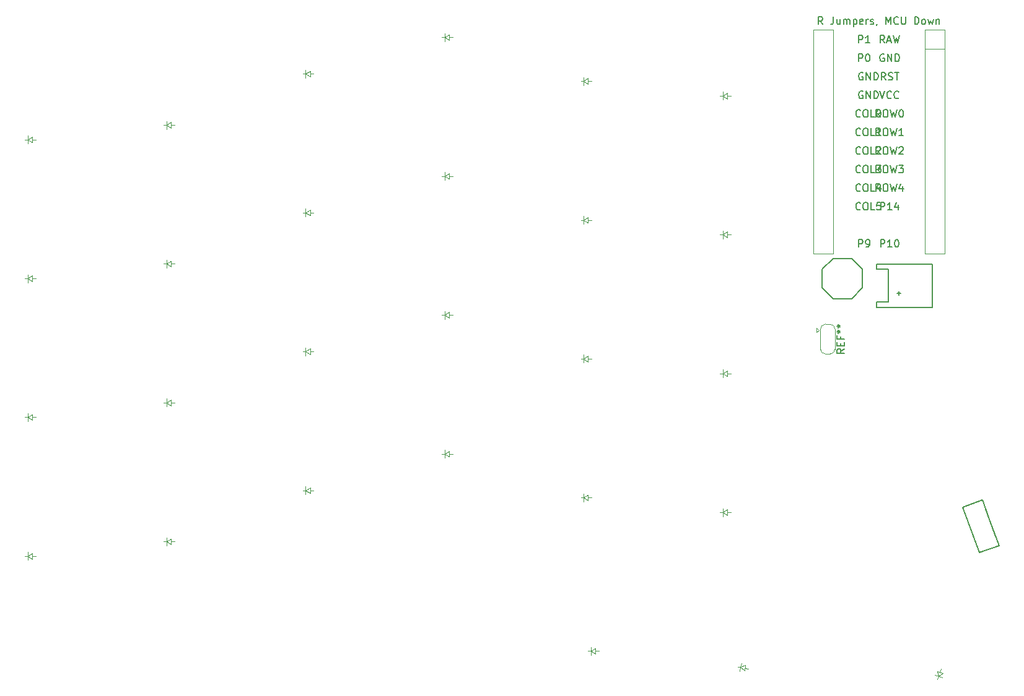
<source format=gbr>
%TF.GenerationSoftware,KiCad,Pcbnew,8.0.5-8.0.5-0~ubuntu20.04.1*%
%TF.CreationDate,2024-10-07T16:46:15+02:00*%
%TF.ProjectId,keyboard_pcb,6b657962-6f61-4726-945f-7063622e6b69,v1.0.0*%
%TF.SameCoordinates,Original*%
%TF.FileFunction,Legend,Top*%
%TF.FilePolarity,Positive*%
%FSLAX46Y46*%
G04 Gerber Fmt 4.6, Leading zero omitted, Abs format (unit mm)*
G04 Created by KiCad (PCBNEW 8.0.5-8.0.5-0~ubuntu20.04.1) date 2024-10-07 16:46:15*
%MOMM*%
%LPD*%
G01*
G04 APERTURE LIST*
%ADD10C,0.150000*%
%ADD11C,0.100000*%
%ADD12C,0.120000*%
G04 APERTURE END LIST*
D10*
X216235714Y-112694819D02*
X216235714Y-111694819D01*
X216235714Y-111694819D02*
X216616666Y-111694819D01*
X216616666Y-111694819D02*
X216711904Y-111742438D01*
X216711904Y-111742438D02*
X216759523Y-111790057D01*
X216759523Y-111790057D02*
X216807142Y-111885295D01*
X216807142Y-111885295D02*
X216807142Y-112028152D01*
X216807142Y-112028152D02*
X216759523Y-112123390D01*
X216759523Y-112123390D02*
X216711904Y-112171009D01*
X216711904Y-112171009D02*
X216616666Y-112218628D01*
X216616666Y-112218628D02*
X216235714Y-112218628D01*
X217759523Y-112694819D02*
X217188095Y-112694819D01*
X217473809Y-112694819D02*
X217473809Y-111694819D01*
X217473809Y-111694819D02*
X217378571Y-111837676D01*
X217378571Y-111837676D02*
X217283333Y-111932914D01*
X217283333Y-111932914D02*
X217188095Y-111980533D01*
X218378571Y-111694819D02*
X218473809Y-111694819D01*
X218473809Y-111694819D02*
X218569047Y-111742438D01*
X218569047Y-111742438D02*
X218616666Y-111790057D01*
X218616666Y-111790057D02*
X218664285Y-111885295D01*
X218664285Y-111885295D02*
X218711904Y-112075771D01*
X218711904Y-112075771D02*
X218711904Y-112313866D01*
X218711904Y-112313866D02*
X218664285Y-112504342D01*
X218664285Y-112504342D02*
X218616666Y-112599580D01*
X218616666Y-112599580D02*
X218569047Y-112647200D01*
X218569047Y-112647200D02*
X218473809Y-112694819D01*
X218473809Y-112694819D02*
X218378571Y-112694819D01*
X218378571Y-112694819D02*
X218283333Y-112647200D01*
X218283333Y-112647200D02*
X218235714Y-112599580D01*
X218235714Y-112599580D02*
X218188095Y-112504342D01*
X218188095Y-112504342D02*
X218140476Y-112313866D01*
X218140476Y-112313866D02*
X218140476Y-112075771D01*
X218140476Y-112075771D02*
X218188095Y-111885295D01*
X218188095Y-111885295D02*
X218235714Y-111790057D01*
X218235714Y-111790057D02*
X218283333Y-111742438D01*
X218283333Y-111742438D02*
X218378571Y-111694819D01*
X216759523Y-84754819D02*
X216426190Y-84278628D01*
X216188095Y-84754819D02*
X216188095Y-83754819D01*
X216188095Y-83754819D02*
X216569047Y-83754819D01*
X216569047Y-83754819D02*
X216664285Y-83802438D01*
X216664285Y-83802438D02*
X216711904Y-83850057D01*
X216711904Y-83850057D02*
X216759523Y-83945295D01*
X216759523Y-83945295D02*
X216759523Y-84088152D01*
X216759523Y-84088152D02*
X216711904Y-84183390D01*
X216711904Y-84183390D02*
X216664285Y-84231009D01*
X216664285Y-84231009D02*
X216569047Y-84278628D01*
X216569047Y-84278628D02*
X216188095Y-84278628D01*
X217140476Y-84469104D02*
X217616666Y-84469104D01*
X217045238Y-84754819D02*
X217378571Y-83754819D01*
X217378571Y-83754819D02*
X217711904Y-84754819D01*
X217950000Y-83754819D02*
X218188095Y-84754819D01*
X218188095Y-84754819D02*
X218378571Y-84040533D01*
X218378571Y-84040533D02*
X218569047Y-84754819D01*
X218569047Y-84754819D02*
X218807143Y-83754819D01*
X216116667Y-91374819D02*
X216450000Y-92374819D01*
X216450000Y-92374819D02*
X216783333Y-91374819D01*
X217688095Y-92279580D02*
X217640476Y-92327200D01*
X217640476Y-92327200D02*
X217497619Y-92374819D01*
X217497619Y-92374819D02*
X217402381Y-92374819D01*
X217402381Y-92374819D02*
X217259524Y-92327200D01*
X217259524Y-92327200D02*
X217164286Y-92231961D01*
X217164286Y-92231961D02*
X217116667Y-92136723D01*
X217116667Y-92136723D02*
X217069048Y-91946247D01*
X217069048Y-91946247D02*
X217069048Y-91803390D01*
X217069048Y-91803390D02*
X217116667Y-91612914D01*
X217116667Y-91612914D02*
X217164286Y-91517676D01*
X217164286Y-91517676D02*
X217259524Y-91422438D01*
X217259524Y-91422438D02*
X217402381Y-91374819D01*
X217402381Y-91374819D02*
X217497619Y-91374819D01*
X217497619Y-91374819D02*
X217640476Y-91422438D01*
X217640476Y-91422438D02*
X217688095Y-91470057D01*
X218688095Y-92279580D02*
X218640476Y-92327200D01*
X218640476Y-92327200D02*
X218497619Y-92374819D01*
X218497619Y-92374819D02*
X218402381Y-92374819D01*
X218402381Y-92374819D02*
X218259524Y-92327200D01*
X218259524Y-92327200D02*
X218164286Y-92231961D01*
X218164286Y-92231961D02*
X218116667Y-92136723D01*
X218116667Y-92136723D02*
X218069048Y-91946247D01*
X218069048Y-91946247D02*
X218069048Y-91803390D01*
X218069048Y-91803390D02*
X218116667Y-91612914D01*
X218116667Y-91612914D02*
X218164286Y-91517676D01*
X218164286Y-91517676D02*
X218259524Y-91422438D01*
X218259524Y-91422438D02*
X218402381Y-91374819D01*
X218402381Y-91374819D02*
X218497619Y-91374819D01*
X218497619Y-91374819D02*
X218640476Y-91422438D01*
X218640476Y-91422438D02*
X218688095Y-91470057D01*
X213221905Y-84754819D02*
X213221905Y-83754819D01*
X213221905Y-83754819D02*
X213602857Y-83754819D01*
X213602857Y-83754819D02*
X213698095Y-83802438D01*
X213698095Y-83802438D02*
X213745714Y-83850057D01*
X213745714Y-83850057D02*
X213793333Y-83945295D01*
X213793333Y-83945295D02*
X213793333Y-84088152D01*
X213793333Y-84088152D02*
X213745714Y-84183390D01*
X213745714Y-84183390D02*
X213698095Y-84231009D01*
X213698095Y-84231009D02*
X213602857Y-84278628D01*
X213602857Y-84278628D02*
X213221905Y-84278628D01*
X214745714Y-84754819D02*
X214174286Y-84754819D01*
X214460000Y-84754819D02*
X214460000Y-83754819D01*
X214460000Y-83754819D02*
X214364762Y-83897676D01*
X214364762Y-83897676D02*
X214269524Y-83992914D01*
X214269524Y-83992914D02*
X214174286Y-84040533D01*
X213454761Y-104979580D02*
X213407142Y-105027200D01*
X213407142Y-105027200D02*
X213264285Y-105074819D01*
X213264285Y-105074819D02*
X213169047Y-105074819D01*
X213169047Y-105074819D02*
X213026190Y-105027200D01*
X213026190Y-105027200D02*
X212930952Y-104931961D01*
X212930952Y-104931961D02*
X212883333Y-104836723D01*
X212883333Y-104836723D02*
X212835714Y-104646247D01*
X212835714Y-104646247D02*
X212835714Y-104503390D01*
X212835714Y-104503390D02*
X212883333Y-104312914D01*
X212883333Y-104312914D02*
X212930952Y-104217676D01*
X212930952Y-104217676D02*
X213026190Y-104122438D01*
X213026190Y-104122438D02*
X213169047Y-104074819D01*
X213169047Y-104074819D02*
X213264285Y-104074819D01*
X213264285Y-104074819D02*
X213407142Y-104122438D01*
X213407142Y-104122438D02*
X213454761Y-104170057D01*
X214073809Y-104074819D02*
X214264285Y-104074819D01*
X214264285Y-104074819D02*
X214359523Y-104122438D01*
X214359523Y-104122438D02*
X214454761Y-104217676D01*
X214454761Y-104217676D02*
X214502380Y-104408152D01*
X214502380Y-104408152D02*
X214502380Y-104741485D01*
X214502380Y-104741485D02*
X214454761Y-104931961D01*
X214454761Y-104931961D02*
X214359523Y-105027200D01*
X214359523Y-105027200D02*
X214264285Y-105074819D01*
X214264285Y-105074819D02*
X214073809Y-105074819D01*
X214073809Y-105074819D02*
X213978571Y-105027200D01*
X213978571Y-105027200D02*
X213883333Y-104931961D01*
X213883333Y-104931961D02*
X213835714Y-104741485D01*
X213835714Y-104741485D02*
X213835714Y-104408152D01*
X213835714Y-104408152D02*
X213883333Y-104217676D01*
X213883333Y-104217676D02*
X213978571Y-104122438D01*
X213978571Y-104122438D02*
X214073809Y-104074819D01*
X215407142Y-105074819D02*
X214930952Y-105074819D01*
X214930952Y-105074819D02*
X214930952Y-104074819D01*
X216169047Y-104408152D02*
X216169047Y-105074819D01*
X215930952Y-104027200D02*
X215692857Y-104741485D01*
X215692857Y-104741485D02*
X216311904Y-104741485D01*
X213788095Y-88882438D02*
X213692857Y-88834819D01*
X213692857Y-88834819D02*
X213550000Y-88834819D01*
X213550000Y-88834819D02*
X213407143Y-88882438D01*
X213407143Y-88882438D02*
X213311905Y-88977676D01*
X213311905Y-88977676D02*
X213264286Y-89072914D01*
X213264286Y-89072914D02*
X213216667Y-89263390D01*
X213216667Y-89263390D02*
X213216667Y-89406247D01*
X213216667Y-89406247D02*
X213264286Y-89596723D01*
X213264286Y-89596723D02*
X213311905Y-89691961D01*
X213311905Y-89691961D02*
X213407143Y-89787200D01*
X213407143Y-89787200D02*
X213550000Y-89834819D01*
X213550000Y-89834819D02*
X213645238Y-89834819D01*
X213645238Y-89834819D02*
X213788095Y-89787200D01*
X213788095Y-89787200D02*
X213835714Y-89739580D01*
X213835714Y-89739580D02*
X213835714Y-89406247D01*
X213835714Y-89406247D02*
X213645238Y-89406247D01*
X214264286Y-89834819D02*
X214264286Y-88834819D01*
X214264286Y-88834819D02*
X214835714Y-89834819D01*
X214835714Y-89834819D02*
X214835714Y-88834819D01*
X215311905Y-89834819D02*
X215311905Y-88834819D01*
X215311905Y-88834819D02*
X215550000Y-88834819D01*
X215550000Y-88834819D02*
X215692857Y-88882438D01*
X215692857Y-88882438D02*
X215788095Y-88977676D01*
X215788095Y-88977676D02*
X215835714Y-89072914D01*
X215835714Y-89072914D02*
X215883333Y-89263390D01*
X215883333Y-89263390D02*
X215883333Y-89406247D01*
X215883333Y-89406247D02*
X215835714Y-89596723D01*
X215835714Y-89596723D02*
X215788095Y-89691961D01*
X215788095Y-89691961D02*
X215692857Y-89787200D01*
X215692857Y-89787200D02*
X215550000Y-89834819D01*
X215550000Y-89834819D02*
X215311905Y-89834819D01*
X216235714Y-107614819D02*
X216235714Y-106614819D01*
X216235714Y-106614819D02*
X216616666Y-106614819D01*
X216616666Y-106614819D02*
X216711904Y-106662438D01*
X216711904Y-106662438D02*
X216759523Y-106710057D01*
X216759523Y-106710057D02*
X216807142Y-106805295D01*
X216807142Y-106805295D02*
X216807142Y-106948152D01*
X216807142Y-106948152D02*
X216759523Y-107043390D01*
X216759523Y-107043390D02*
X216711904Y-107091009D01*
X216711904Y-107091009D02*
X216616666Y-107138628D01*
X216616666Y-107138628D02*
X216235714Y-107138628D01*
X217759523Y-107614819D02*
X217188095Y-107614819D01*
X217473809Y-107614819D02*
X217473809Y-106614819D01*
X217473809Y-106614819D02*
X217378571Y-106757676D01*
X217378571Y-106757676D02*
X217283333Y-106852914D01*
X217283333Y-106852914D02*
X217188095Y-106900533D01*
X218616666Y-106948152D02*
X218616666Y-107614819D01*
X218378571Y-106567200D02*
X218140476Y-107281485D01*
X218140476Y-107281485D02*
X218759523Y-107281485D01*
X213454761Y-107519580D02*
X213407142Y-107567200D01*
X213407142Y-107567200D02*
X213264285Y-107614819D01*
X213264285Y-107614819D02*
X213169047Y-107614819D01*
X213169047Y-107614819D02*
X213026190Y-107567200D01*
X213026190Y-107567200D02*
X212930952Y-107471961D01*
X212930952Y-107471961D02*
X212883333Y-107376723D01*
X212883333Y-107376723D02*
X212835714Y-107186247D01*
X212835714Y-107186247D02*
X212835714Y-107043390D01*
X212835714Y-107043390D02*
X212883333Y-106852914D01*
X212883333Y-106852914D02*
X212930952Y-106757676D01*
X212930952Y-106757676D02*
X213026190Y-106662438D01*
X213026190Y-106662438D02*
X213169047Y-106614819D01*
X213169047Y-106614819D02*
X213264285Y-106614819D01*
X213264285Y-106614819D02*
X213407142Y-106662438D01*
X213407142Y-106662438D02*
X213454761Y-106710057D01*
X214073809Y-106614819D02*
X214264285Y-106614819D01*
X214264285Y-106614819D02*
X214359523Y-106662438D01*
X214359523Y-106662438D02*
X214454761Y-106757676D01*
X214454761Y-106757676D02*
X214502380Y-106948152D01*
X214502380Y-106948152D02*
X214502380Y-107281485D01*
X214502380Y-107281485D02*
X214454761Y-107471961D01*
X214454761Y-107471961D02*
X214359523Y-107567200D01*
X214359523Y-107567200D02*
X214264285Y-107614819D01*
X214264285Y-107614819D02*
X214073809Y-107614819D01*
X214073809Y-107614819D02*
X213978571Y-107567200D01*
X213978571Y-107567200D02*
X213883333Y-107471961D01*
X213883333Y-107471961D02*
X213835714Y-107281485D01*
X213835714Y-107281485D02*
X213835714Y-106948152D01*
X213835714Y-106948152D02*
X213883333Y-106757676D01*
X213883333Y-106757676D02*
X213978571Y-106662438D01*
X213978571Y-106662438D02*
X214073809Y-106614819D01*
X215407142Y-107614819D02*
X214930952Y-107614819D01*
X214930952Y-107614819D02*
X214930952Y-106614819D01*
X216216666Y-106614819D02*
X215740476Y-106614819D01*
X215740476Y-106614819D02*
X215692857Y-107091009D01*
X215692857Y-107091009D02*
X215740476Y-107043390D01*
X215740476Y-107043390D02*
X215835714Y-106995771D01*
X215835714Y-106995771D02*
X216073809Y-106995771D01*
X216073809Y-106995771D02*
X216169047Y-107043390D01*
X216169047Y-107043390D02*
X216216666Y-107091009D01*
X216216666Y-107091009D02*
X216264285Y-107186247D01*
X216264285Y-107186247D02*
X216264285Y-107424342D01*
X216264285Y-107424342D02*
X216216666Y-107519580D01*
X216216666Y-107519580D02*
X216169047Y-107567200D01*
X216169047Y-107567200D02*
X216073809Y-107614819D01*
X216073809Y-107614819D02*
X215835714Y-107614819D01*
X215835714Y-107614819D02*
X215740476Y-107567200D01*
X215740476Y-107567200D02*
X215692857Y-107519580D01*
X213454761Y-99899580D02*
X213407142Y-99947200D01*
X213407142Y-99947200D02*
X213264285Y-99994819D01*
X213264285Y-99994819D02*
X213169047Y-99994819D01*
X213169047Y-99994819D02*
X213026190Y-99947200D01*
X213026190Y-99947200D02*
X212930952Y-99851961D01*
X212930952Y-99851961D02*
X212883333Y-99756723D01*
X212883333Y-99756723D02*
X212835714Y-99566247D01*
X212835714Y-99566247D02*
X212835714Y-99423390D01*
X212835714Y-99423390D02*
X212883333Y-99232914D01*
X212883333Y-99232914D02*
X212930952Y-99137676D01*
X212930952Y-99137676D02*
X213026190Y-99042438D01*
X213026190Y-99042438D02*
X213169047Y-98994819D01*
X213169047Y-98994819D02*
X213264285Y-98994819D01*
X213264285Y-98994819D02*
X213407142Y-99042438D01*
X213407142Y-99042438D02*
X213454761Y-99090057D01*
X214073809Y-98994819D02*
X214264285Y-98994819D01*
X214264285Y-98994819D02*
X214359523Y-99042438D01*
X214359523Y-99042438D02*
X214454761Y-99137676D01*
X214454761Y-99137676D02*
X214502380Y-99328152D01*
X214502380Y-99328152D02*
X214502380Y-99661485D01*
X214502380Y-99661485D02*
X214454761Y-99851961D01*
X214454761Y-99851961D02*
X214359523Y-99947200D01*
X214359523Y-99947200D02*
X214264285Y-99994819D01*
X214264285Y-99994819D02*
X214073809Y-99994819D01*
X214073809Y-99994819D02*
X213978571Y-99947200D01*
X213978571Y-99947200D02*
X213883333Y-99851961D01*
X213883333Y-99851961D02*
X213835714Y-99661485D01*
X213835714Y-99661485D02*
X213835714Y-99328152D01*
X213835714Y-99328152D02*
X213883333Y-99137676D01*
X213883333Y-99137676D02*
X213978571Y-99042438D01*
X213978571Y-99042438D02*
X214073809Y-98994819D01*
X215407142Y-99994819D02*
X214930952Y-99994819D01*
X214930952Y-99994819D02*
X214930952Y-98994819D01*
X215692857Y-99090057D02*
X215740476Y-99042438D01*
X215740476Y-99042438D02*
X215835714Y-98994819D01*
X215835714Y-98994819D02*
X216073809Y-98994819D01*
X216073809Y-98994819D02*
X216169047Y-99042438D01*
X216169047Y-99042438D02*
X216216666Y-99090057D01*
X216216666Y-99090057D02*
X216264285Y-99185295D01*
X216264285Y-99185295D02*
X216264285Y-99280533D01*
X216264285Y-99280533D02*
X216216666Y-99423390D01*
X216216666Y-99423390D02*
X215645238Y-99994819D01*
X215645238Y-99994819D02*
X216264285Y-99994819D01*
X213454761Y-94819580D02*
X213407142Y-94867200D01*
X213407142Y-94867200D02*
X213264285Y-94914819D01*
X213264285Y-94914819D02*
X213169047Y-94914819D01*
X213169047Y-94914819D02*
X213026190Y-94867200D01*
X213026190Y-94867200D02*
X212930952Y-94771961D01*
X212930952Y-94771961D02*
X212883333Y-94676723D01*
X212883333Y-94676723D02*
X212835714Y-94486247D01*
X212835714Y-94486247D02*
X212835714Y-94343390D01*
X212835714Y-94343390D02*
X212883333Y-94152914D01*
X212883333Y-94152914D02*
X212930952Y-94057676D01*
X212930952Y-94057676D02*
X213026190Y-93962438D01*
X213026190Y-93962438D02*
X213169047Y-93914819D01*
X213169047Y-93914819D02*
X213264285Y-93914819D01*
X213264285Y-93914819D02*
X213407142Y-93962438D01*
X213407142Y-93962438D02*
X213454761Y-94010057D01*
X214073809Y-93914819D02*
X214264285Y-93914819D01*
X214264285Y-93914819D02*
X214359523Y-93962438D01*
X214359523Y-93962438D02*
X214454761Y-94057676D01*
X214454761Y-94057676D02*
X214502380Y-94248152D01*
X214502380Y-94248152D02*
X214502380Y-94581485D01*
X214502380Y-94581485D02*
X214454761Y-94771961D01*
X214454761Y-94771961D02*
X214359523Y-94867200D01*
X214359523Y-94867200D02*
X214264285Y-94914819D01*
X214264285Y-94914819D02*
X214073809Y-94914819D01*
X214073809Y-94914819D02*
X213978571Y-94867200D01*
X213978571Y-94867200D02*
X213883333Y-94771961D01*
X213883333Y-94771961D02*
X213835714Y-94581485D01*
X213835714Y-94581485D02*
X213835714Y-94248152D01*
X213835714Y-94248152D02*
X213883333Y-94057676D01*
X213883333Y-94057676D02*
X213978571Y-93962438D01*
X213978571Y-93962438D02*
X214073809Y-93914819D01*
X215407142Y-94914819D02*
X214930952Y-94914819D01*
X214930952Y-94914819D02*
X214930952Y-93914819D01*
X215930952Y-93914819D02*
X216026190Y-93914819D01*
X216026190Y-93914819D02*
X216121428Y-93962438D01*
X216121428Y-93962438D02*
X216169047Y-94010057D01*
X216169047Y-94010057D02*
X216216666Y-94105295D01*
X216216666Y-94105295D02*
X216264285Y-94295771D01*
X216264285Y-94295771D02*
X216264285Y-94533866D01*
X216264285Y-94533866D02*
X216216666Y-94724342D01*
X216216666Y-94724342D02*
X216169047Y-94819580D01*
X216169047Y-94819580D02*
X216121428Y-94867200D01*
X216121428Y-94867200D02*
X216026190Y-94914819D01*
X216026190Y-94914819D02*
X215930952Y-94914819D01*
X215930952Y-94914819D02*
X215835714Y-94867200D01*
X215835714Y-94867200D02*
X215788095Y-94819580D01*
X215788095Y-94819580D02*
X215740476Y-94724342D01*
X215740476Y-94724342D02*
X215692857Y-94533866D01*
X215692857Y-94533866D02*
X215692857Y-94295771D01*
X215692857Y-94295771D02*
X215740476Y-94105295D01*
X215740476Y-94105295D02*
X215788095Y-94010057D01*
X215788095Y-94010057D02*
X215835714Y-93962438D01*
X215835714Y-93962438D02*
X215930952Y-93914819D01*
X216188095Y-97454819D02*
X215854762Y-96978628D01*
X215616667Y-97454819D02*
X215616667Y-96454819D01*
X215616667Y-96454819D02*
X215997619Y-96454819D01*
X215997619Y-96454819D02*
X216092857Y-96502438D01*
X216092857Y-96502438D02*
X216140476Y-96550057D01*
X216140476Y-96550057D02*
X216188095Y-96645295D01*
X216188095Y-96645295D02*
X216188095Y-96788152D01*
X216188095Y-96788152D02*
X216140476Y-96883390D01*
X216140476Y-96883390D02*
X216092857Y-96931009D01*
X216092857Y-96931009D02*
X215997619Y-96978628D01*
X215997619Y-96978628D02*
X215616667Y-96978628D01*
X216807143Y-96454819D02*
X216997619Y-96454819D01*
X216997619Y-96454819D02*
X217092857Y-96502438D01*
X217092857Y-96502438D02*
X217188095Y-96597676D01*
X217188095Y-96597676D02*
X217235714Y-96788152D01*
X217235714Y-96788152D02*
X217235714Y-97121485D01*
X217235714Y-97121485D02*
X217188095Y-97311961D01*
X217188095Y-97311961D02*
X217092857Y-97407200D01*
X217092857Y-97407200D02*
X216997619Y-97454819D01*
X216997619Y-97454819D02*
X216807143Y-97454819D01*
X216807143Y-97454819D02*
X216711905Y-97407200D01*
X216711905Y-97407200D02*
X216616667Y-97311961D01*
X216616667Y-97311961D02*
X216569048Y-97121485D01*
X216569048Y-97121485D02*
X216569048Y-96788152D01*
X216569048Y-96788152D02*
X216616667Y-96597676D01*
X216616667Y-96597676D02*
X216711905Y-96502438D01*
X216711905Y-96502438D02*
X216807143Y-96454819D01*
X217569048Y-96454819D02*
X217807143Y-97454819D01*
X217807143Y-97454819D02*
X217997619Y-96740533D01*
X217997619Y-96740533D02*
X218188095Y-97454819D01*
X218188095Y-97454819D02*
X218426191Y-96454819D01*
X219330952Y-97454819D02*
X218759524Y-97454819D01*
X219045238Y-97454819D02*
X219045238Y-96454819D01*
X219045238Y-96454819D02*
X218950000Y-96597676D01*
X218950000Y-96597676D02*
X218854762Y-96692914D01*
X218854762Y-96692914D02*
X218759524Y-96740533D01*
X213221905Y-87294819D02*
X213221905Y-86294819D01*
X213221905Y-86294819D02*
X213602857Y-86294819D01*
X213602857Y-86294819D02*
X213698095Y-86342438D01*
X213698095Y-86342438D02*
X213745714Y-86390057D01*
X213745714Y-86390057D02*
X213793333Y-86485295D01*
X213793333Y-86485295D02*
X213793333Y-86628152D01*
X213793333Y-86628152D02*
X213745714Y-86723390D01*
X213745714Y-86723390D02*
X213698095Y-86771009D01*
X213698095Y-86771009D02*
X213602857Y-86818628D01*
X213602857Y-86818628D02*
X213221905Y-86818628D01*
X214412381Y-86294819D02*
X214507619Y-86294819D01*
X214507619Y-86294819D02*
X214602857Y-86342438D01*
X214602857Y-86342438D02*
X214650476Y-86390057D01*
X214650476Y-86390057D02*
X214698095Y-86485295D01*
X214698095Y-86485295D02*
X214745714Y-86675771D01*
X214745714Y-86675771D02*
X214745714Y-86913866D01*
X214745714Y-86913866D02*
X214698095Y-87104342D01*
X214698095Y-87104342D02*
X214650476Y-87199580D01*
X214650476Y-87199580D02*
X214602857Y-87247200D01*
X214602857Y-87247200D02*
X214507619Y-87294819D01*
X214507619Y-87294819D02*
X214412381Y-87294819D01*
X214412381Y-87294819D02*
X214317143Y-87247200D01*
X214317143Y-87247200D02*
X214269524Y-87199580D01*
X214269524Y-87199580D02*
X214221905Y-87104342D01*
X214221905Y-87104342D02*
X214174286Y-86913866D01*
X214174286Y-86913866D02*
X214174286Y-86675771D01*
X214174286Y-86675771D02*
X214221905Y-86485295D01*
X214221905Y-86485295D02*
X214269524Y-86390057D01*
X214269524Y-86390057D02*
X214317143Y-86342438D01*
X214317143Y-86342438D02*
X214412381Y-86294819D01*
X213221905Y-112694819D02*
X213221905Y-111694819D01*
X213221905Y-111694819D02*
X213602857Y-111694819D01*
X213602857Y-111694819D02*
X213698095Y-111742438D01*
X213698095Y-111742438D02*
X213745714Y-111790057D01*
X213745714Y-111790057D02*
X213793333Y-111885295D01*
X213793333Y-111885295D02*
X213793333Y-112028152D01*
X213793333Y-112028152D02*
X213745714Y-112123390D01*
X213745714Y-112123390D02*
X213698095Y-112171009D01*
X213698095Y-112171009D02*
X213602857Y-112218628D01*
X213602857Y-112218628D02*
X213221905Y-112218628D01*
X214269524Y-112694819D02*
X214460000Y-112694819D01*
X214460000Y-112694819D02*
X214555238Y-112647200D01*
X214555238Y-112647200D02*
X214602857Y-112599580D01*
X214602857Y-112599580D02*
X214698095Y-112456723D01*
X214698095Y-112456723D02*
X214745714Y-112266247D01*
X214745714Y-112266247D02*
X214745714Y-111885295D01*
X214745714Y-111885295D02*
X214698095Y-111790057D01*
X214698095Y-111790057D02*
X214650476Y-111742438D01*
X214650476Y-111742438D02*
X214555238Y-111694819D01*
X214555238Y-111694819D02*
X214364762Y-111694819D01*
X214364762Y-111694819D02*
X214269524Y-111742438D01*
X214269524Y-111742438D02*
X214221905Y-111790057D01*
X214221905Y-111790057D02*
X214174286Y-111885295D01*
X214174286Y-111885295D02*
X214174286Y-112123390D01*
X214174286Y-112123390D02*
X214221905Y-112218628D01*
X214221905Y-112218628D02*
X214269524Y-112266247D01*
X214269524Y-112266247D02*
X214364762Y-112313866D01*
X214364762Y-112313866D02*
X214555238Y-112313866D01*
X214555238Y-112313866D02*
X214650476Y-112266247D01*
X214650476Y-112266247D02*
X214698095Y-112218628D01*
X214698095Y-112218628D02*
X214745714Y-112123390D01*
X213788095Y-91422438D02*
X213692857Y-91374819D01*
X213692857Y-91374819D02*
X213550000Y-91374819D01*
X213550000Y-91374819D02*
X213407143Y-91422438D01*
X213407143Y-91422438D02*
X213311905Y-91517676D01*
X213311905Y-91517676D02*
X213264286Y-91612914D01*
X213264286Y-91612914D02*
X213216667Y-91803390D01*
X213216667Y-91803390D02*
X213216667Y-91946247D01*
X213216667Y-91946247D02*
X213264286Y-92136723D01*
X213264286Y-92136723D02*
X213311905Y-92231961D01*
X213311905Y-92231961D02*
X213407143Y-92327200D01*
X213407143Y-92327200D02*
X213550000Y-92374819D01*
X213550000Y-92374819D02*
X213645238Y-92374819D01*
X213645238Y-92374819D02*
X213788095Y-92327200D01*
X213788095Y-92327200D02*
X213835714Y-92279580D01*
X213835714Y-92279580D02*
X213835714Y-91946247D01*
X213835714Y-91946247D02*
X213645238Y-91946247D01*
X214264286Y-92374819D02*
X214264286Y-91374819D01*
X214264286Y-91374819D02*
X214835714Y-92374819D01*
X214835714Y-92374819D02*
X214835714Y-91374819D01*
X215311905Y-92374819D02*
X215311905Y-91374819D01*
X215311905Y-91374819D02*
X215550000Y-91374819D01*
X215550000Y-91374819D02*
X215692857Y-91422438D01*
X215692857Y-91422438D02*
X215788095Y-91517676D01*
X215788095Y-91517676D02*
X215835714Y-91612914D01*
X215835714Y-91612914D02*
X215883333Y-91803390D01*
X215883333Y-91803390D02*
X215883333Y-91946247D01*
X215883333Y-91946247D02*
X215835714Y-92136723D01*
X215835714Y-92136723D02*
X215788095Y-92231961D01*
X215788095Y-92231961D02*
X215692857Y-92327200D01*
X215692857Y-92327200D02*
X215550000Y-92374819D01*
X215550000Y-92374819D02*
X215311905Y-92374819D01*
X216688095Y-86342438D02*
X216592857Y-86294819D01*
X216592857Y-86294819D02*
X216450000Y-86294819D01*
X216450000Y-86294819D02*
X216307143Y-86342438D01*
X216307143Y-86342438D02*
X216211905Y-86437676D01*
X216211905Y-86437676D02*
X216164286Y-86532914D01*
X216164286Y-86532914D02*
X216116667Y-86723390D01*
X216116667Y-86723390D02*
X216116667Y-86866247D01*
X216116667Y-86866247D02*
X216164286Y-87056723D01*
X216164286Y-87056723D02*
X216211905Y-87151961D01*
X216211905Y-87151961D02*
X216307143Y-87247200D01*
X216307143Y-87247200D02*
X216450000Y-87294819D01*
X216450000Y-87294819D02*
X216545238Y-87294819D01*
X216545238Y-87294819D02*
X216688095Y-87247200D01*
X216688095Y-87247200D02*
X216735714Y-87199580D01*
X216735714Y-87199580D02*
X216735714Y-86866247D01*
X216735714Y-86866247D02*
X216545238Y-86866247D01*
X217164286Y-87294819D02*
X217164286Y-86294819D01*
X217164286Y-86294819D02*
X217735714Y-87294819D01*
X217735714Y-87294819D02*
X217735714Y-86294819D01*
X218211905Y-87294819D02*
X218211905Y-86294819D01*
X218211905Y-86294819D02*
X218450000Y-86294819D01*
X218450000Y-86294819D02*
X218592857Y-86342438D01*
X218592857Y-86342438D02*
X218688095Y-86437676D01*
X218688095Y-86437676D02*
X218735714Y-86532914D01*
X218735714Y-86532914D02*
X218783333Y-86723390D01*
X218783333Y-86723390D02*
X218783333Y-86866247D01*
X218783333Y-86866247D02*
X218735714Y-87056723D01*
X218735714Y-87056723D02*
X218688095Y-87151961D01*
X218688095Y-87151961D02*
X218592857Y-87247200D01*
X218592857Y-87247200D02*
X218450000Y-87294819D01*
X218450000Y-87294819D02*
X218211905Y-87294819D01*
X216188095Y-105074819D02*
X215854762Y-104598628D01*
X215616667Y-105074819D02*
X215616667Y-104074819D01*
X215616667Y-104074819D02*
X215997619Y-104074819D01*
X215997619Y-104074819D02*
X216092857Y-104122438D01*
X216092857Y-104122438D02*
X216140476Y-104170057D01*
X216140476Y-104170057D02*
X216188095Y-104265295D01*
X216188095Y-104265295D02*
X216188095Y-104408152D01*
X216188095Y-104408152D02*
X216140476Y-104503390D01*
X216140476Y-104503390D02*
X216092857Y-104551009D01*
X216092857Y-104551009D02*
X215997619Y-104598628D01*
X215997619Y-104598628D02*
X215616667Y-104598628D01*
X216807143Y-104074819D02*
X216997619Y-104074819D01*
X216997619Y-104074819D02*
X217092857Y-104122438D01*
X217092857Y-104122438D02*
X217188095Y-104217676D01*
X217188095Y-104217676D02*
X217235714Y-104408152D01*
X217235714Y-104408152D02*
X217235714Y-104741485D01*
X217235714Y-104741485D02*
X217188095Y-104931961D01*
X217188095Y-104931961D02*
X217092857Y-105027200D01*
X217092857Y-105027200D02*
X216997619Y-105074819D01*
X216997619Y-105074819D02*
X216807143Y-105074819D01*
X216807143Y-105074819D02*
X216711905Y-105027200D01*
X216711905Y-105027200D02*
X216616667Y-104931961D01*
X216616667Y-104931961D02*
X216569048Y-104741485D01*
X216569048Y-104741485D02*
X216569048Y-104408152D01*
X216569048Y-104408152D02*
X216616667Y-104217676D01*
X216616667Y-104217676D02*
X216711905Y-104122438D01*
X216711905Y-104122438D02*
X216807143Y-104074819D01*
X217569048Y-104074819D02*
X217807143Y-105074819D01*
X217807143Y-105074819D02*
X217997619Y-104360533D01*
X217997619Y-104360533D02*
X218188095Y-105074819D01*
X218188095Y-105074819D02*
X218426191Y-104074819D01*
X219235714Y-104408152D02*
X219235714Y-105074819D01*
X218997619Y-104027200D02*
X218759524Y-104741485D01*
X218759524Y-104741485D02*
X219378571Y-104741485D01*
X216902380Y-89834819D02*
X216569047Y-89358628D01*
X216330952Y-89834819D02*
X216330952Y-88834819D01*
X216330952Y-88834819D02*
X216711904Y-88834819D01*
X216711904Y-88834819D02*
X216807142Y-88882438D01*
X216807142Y-88882438D02*
X216854761Y-88930057D01*
X216854761Y-88930057D02*
X216902380Y-89025295D01*
X216902380Y-89025295D02*
X216902380Y-89168152D01*
X216902380Y-89168152D02*
X216854761Y-89263390D01*
X216854761Y-89263390D02*
X216807142Y-89311009D01*
X216807142Y-89311009D02*
X216711904Y-89358628D01*
X216711904Y-89358628D02*
X216330952Y-89358628D01*
X217283333Y-89787200D02*
X217426190Y-89834819D01*
X217426190Y-89834819D02*
X217664285Y-89834819D01*
X217664285Y-89834819D02*
X217759523Y-89787200D01*
X217759523Y-89787200D02*
X217807142Y-89739580D01*
X217807142Y-89739580D02*
X217854761Y-89644342D01*
X217854761Y-89644342D02*
X217854761Y-89549104D01*
X217854761Y-89549104D02*
X217807142Y-89453866D01*
X217807142Y-89453866D02*
X217759523Y-89406247D01*
X217759523Y-89406247D02*
X217664285Y-89358628D01*
X217664285Y-89358628D02*
X217473809Y-89311009D01*
X217473809Y-89311009D02*
X217378571Y-89263390D01*
X217378571Y-89263390D02*
X217330952Y-89215771D01*
X217330952Y-89215771D02*
X217283333Y-89120533D01*
X217283333Y-89120533D02*
X217283333Y-89025295D01*
X217283333Y-89025295D02*
X217330952Y-88930057D01*
X217330952Y-88930057D02*
X217378571Y-88882438D01*
X217378571Y-88882438D02*
X217473809Y-88834819D01*
X217473809Y-88834819D02*
X217711904Y-88834819D01*
X217711904Y-88834819D02*
X217854761Y-88882438D01*
X218140476Y-88834819D02*
X218711904Y-88834819D01*
X218426190Y-89834819D02*
X218426190Y-88834819D01*
X216188095Y-99994819D02*
X215854762Y-99518628D01*
X215616667Y-99994819D02*
X215616667Y-98994819D01*
X215616667Y-98994819D02*
X215997619Y-98994819D01*
X215997619Y-98994819D02*
X216092857Y-99042438D01*
X216092857Y-99042438D02*
X216140476Y-99090057D01*
X216140476Y-99090057D02*
X216188095Y-99185295D01*
X216188095Y-99185295D02*
X216188095Y-99328152D01*
X216188095Y-99328152D02*
X216140476Y-99423390D01*
X216140476Y-99423390D02*
X216092857Y-99471009D01*
X216092857Y-99471009D02*
X215997619Y-99518628D01*
X215997619Y-99518628D02*
X215616667Y-99518628D01*
X216807143Y-98994819D02*
X216997619Y-98994819D01*
X216997619Y-98994819D02*
X217092857Y-99042438D01*
X217092857Y-99042438D02*
X217188095Y-99137676D01*
X217188095Y-99137676D02*
X217235714Y-99328152D01*
X217235714Y-99328152D02*
X217235714Y-99661485D01*
X217235714Y-99661485D02*
X217188095Y-99851961D01*
X217188095Y-99851961D02*
X217092857Y-99947200D01*
X217092857Y-99947200D02*
X216997619Y-99994819D01*
X216997619Y-99994819D02*
X216807143Y-99994819D01*
X216807143Y-99994819D02*
X216711905Y-99947200D01*
X216711905Y-99947200D02*
X216616667Y-99851961D01*
X216616667Y-99851961D02*
X216569048Y-99661485D01*
X216569048Y-99661485D02*
X216569048Y-99328152D01*
X216569048Y-99328152D02*
X216616667Y-99137676D01*
X216616667Y-99137676D02*
X216711905Y-99042438D01*
X216711905Y-99042438D02*
X216807143Y-98994819D01*
X217569048Y-98994819D02*
X217807143Y-99994819D01*
X217807143Y-99994819D02*
X217997619Y-99280533D01*
X217997619Y-99280533D02*
X218188095Y-99994819D01*
X218188095Y-99994819D02*
X218426191Y-98994819D01*
X218759524Y-99090057D02*
X218807143Y-99042438D01*
X218807143Y-99042438D02*
X218902381Y-98994819D01*
X218902381Y-98994819D02*
X219140476Y-98994819D01*
X219140476Y-98994819D02*
X219235714Y-99042438D01*
X219235714Y-99042438D02*
X219283333Y-99090057D01*
X219283333Y-99090057D02*
X219330952Y-99185295D01*
X219330952Y-99185295D02*
X219330952Y-99280533D01*
X219330952Y-99280533D02*
X219283333Y-99423390D01*
X219283333Y-99423390D02*
X218711905Y-99994819D01*
X218711905Y-99994819D02*
X219330952Y-99994819D01*
X213454761Y-102439580D02*
X213407142Y-102487200D01*
X213407142Y-102487200D02*
X213264285Y-102534819D01*
X213264285Y-102534819D02*
X213169047Y-102534819D01*
X213169047Y-102534819D02*
X213026190Y-102487200D01*
X213026190Y-102487200D02*
X212930952Y-102391961D01*
X212930952Y-102391961D02*
X212883333Y-102296723D01*
X212883333Y-102296723D02*
X212835714Y-102106247D01*
X212835714Y-102106247D02*
X212835714Y-101963390D01*
X212835714Y-101963390D02*
X212883333Y-101772914D01*
X212883333Y-101772914D02*
X212930952Y-101677676D01*
X212930952Y-101677676D02*
X213026190Y-101582438D01*
X213026190Y-101582438D02*
X213169047Y-101534819D01*
X213169047Y-101534819D02*
X213264285Y-101534819D01*
X213264285Y-101534819D02*
X213407142Y-101582438D01*
X213407142Y-101582438D02*
X213454761Y-101630057D01*
X214073809Y-101534819D02*
X214264285Y-101534819D01*
X214264285Y-101534819D02*
X214359523Y-101582438D01*
X214359523Y-101582438D02*
X214454761Y-101677676D01*
X214454761Y-101677676D02*
X214502380Y-101868152D01*
X214502380Y-101868152D02*
X214502380Y-102201485D01*
X214502380Y-102201485D02*
X214454761Y-102391961D01*
X214454761Y-102391961D02*
X214359523Y-102487200D01*
X214359523Y-102487200D02*
X214264285Y-102534819D01*
X214264285Y-102534819D02*
X214073809Y-102534819D01*
X214073809Y-102534819D02*
X213978571Y-102487200D01*
X213978571Y-102487200D02*
X213883333Y-102391961D01*
X213883333Y-102391961D02*
X213835714Y-102201485D01*
X213835714Y-102201485D02*
X213835714Y-101868152D01*
X213835714Y-101868152D02*
X213883333Y-101677676D01*
X213883333Y-101677676D02*
X213978571Y-101582438D01*
X213978571Y-101582438D02*
X214073809Y-101534819D01*
X215407142Y-102534819D02*
X214930952Y-102534819D01*
X214930952Y-102534819D02*
X214930952Y-101534819D01*
X215645238Y-101534819D02*
X216264285Y-101534819D01*
X216264285Y-101534819D02*
X215930952Y-101915771D01*
X215930952Y-101915771D02*
X216073809Y-101915771D01*
X216073809Y-101915771D02*
X216169047Y-101963390D01*
X216169047Y-101963390D02*
X216216666Y-102011009D01*
X216216666Y-102011009D02*
X216264285Y-102106247D01*
X216264285Y-102106247D02*
X216264285Y-102344342D01*
X216264285Y-102344342D02*
X216216666Y-102439580D01*
X216216666Y-102439580D02*
X216169047Y-102487200D01*
X216169047Y-102487200D02*
X216073809Y-102534819D01*
X216073809Y-102534819D02*
X215788095Y-102534819D01*
X215788095Y-102534819D02*
X215692857Y-102487200D01*
X215692857Y-102487200D02*
X215645238Y-102439580D01*
X213454761Y-97359580D02*
X213407142Y-97407200D01*
X213407142Y-97407200D02*
X213264285Y-97454819D01*
X213264285Y-97454819D02*
X213169047Y-97454819D01*
X213169047Y-97454819D02*
X213026190Y-97407200D01*
X213026190Y-97407200D02*
X212930952Y-97311961D01*
X212930952Y-97311961D02*
X212883333Y-97216723D01*
X212883333Y-97216723D02*
X212835714Y-97026247D01*
X212835714Y-97026247D02*
X212835714Y-96883390D01*
X212835714Y-96883390D02*
X212883333Y-96692914D01*
X212883333Y-96692914D02*
X212930952Y-96597676D01*
X212930952Y-96597676D02*
X213026190Y-96502438D01*
X213026190Y-96502438D02*
X213169047Y-96454819D01*
X213169047Y-96454819D02*
X213264285Y-96454819D01*
X213264285Y-96454819D02*
X213407142Y-96502438D01*
X213407142Y-96502438D02*
X213454761Y-96550057D01*
X214073809Y-96454819D02*
X214264285Y-96454819D01*
X214264285Y-96454819D02*
X214359523Y-96502438D01*
X214359523Y-96502438D02*
X214454761Y-96597676D01*
X214454761Y-96597676D02*
X214502380Y-96788152D01*
X214502380Y-96788152D02*
X214502380Y-97121485D01*
X214502380Y-97121485D02*
X214454761Y-97311961D01*
X214454761Y-97311961D02*
X214359523Y-97407200D01*
X214359523Y-97407200D02*
X214264285Y-97454819D01*
X214264285Y-97454819D02*
X214073809Y-97454819D01*
X214073809Y-97454819D02*
X213978571Y-97407200D01*
X213978571Y-97407200D02*
X213883333Y-97311961D01*
X213883333Y-97311961D02*
X213835714Y-97121485D01*
X213835714Y-97121485D02*
X213835714Y-96788152D01*
X213835714Y-96788152D02*
X213883333Y-96597676D01*
X213883333Y-96597676D02*
X213978571Y-96502438D01*
X213978571Y-96502438D02*
X214073809Y-96454819D01*
X215407142Y-97454819D02*
X214930952Y-97454819D01*
X214930952Y-97454819D02*
X214930952Y-96454819D01*
X216264285Y-97454819D02*
X215692857Y-97454819D01*
X215978571Y-97454819D02*
X215978571Y-96454819D01*
X215978571Y-96454819D02*
X215883333Y-96597676D01*
X215883333Y-96597676D02*
X215788095Y-96692914D01*
X215788095Y-96692914D02*
X215692857Y-96740533D01*
X216188095Y-94914819D02*
X215854762Y-94438628D01*
X215616667Y-94914819D02*
X215616667Y-93914819D01*
X215616667Y-93914819D02*
X215997619Y-93914819D01*
X215997619Y-93914819D02*
X216092857Y-93962438D01*
X216092857Y-93962438D02*
X216140476Y-94010057D01*
X216140476Y-94010057D02*
X216188095Y-94105295D01*
X216188095Y-94105295D02*
X216188095Y-94248152D01*
X216188095Y-94248152D02*
X216140476Y-94343390D01*
X216140476Y-94343390D02*
X216092857Y-94391009D01*
X216092857Y-94391009D02*
X215997619Y-94438628D01*
X215997619Y-94438628D02*
X215616667Y-94438628D01*
X216807143Y-93914819D02*
X216997619Y-93914819D01*
X216997619Y-93914819D02*
X217092857Y-93962438D01*
X217092857Y-93962438D02*
X217188095Y-94057676D01*
X217188095Y-94057676D02*
X217235714Y-94248152D01*
X217235714Y-94248152D02*
X217235714Y-94581485D01*
X217235714Y-94581485D02*
X217188095Y-94771961D01*
X217188095Y-94771961D02*
X217092857Y-94867200D01*
X217092857Y-94867200D02*
X216997619Y-94914819D01*
X216997619Y-94914819D02*
X216807143Y-94914819D01*
X216807143Y-94914819D02*
X216711905Y-94867200D01*
X216711905Y-94867200D02*
X216616667Y-94771961D01*
X216616667Y-94771961D02*
X216569048Y-94581485D01*
X216569048Y-94581485D02*
X216569048Y-94248152D01*
X216569048Y-94248152D02*
X216616667Y-94057676D01*
X216616667Y-94057676D02*
X216711905Y-93962438D01*
X216711905Y-93962438D02*
X216807143Y-93914819D01*
X217569048Y-93914819D02*
X217807143Y-94914819D01*
X217807143Y-94914819D02*
X217997619Y-94200533D01*
X217997619Y-94200533D02*
X218188095Y-94914819D01*
X218188095Y-94914819D02*
X218426191Y-93914819D01*
X218997619Y-93914819D02*
X219092857Y-93914819D01*
X219092857Y-93914819D02*
X219188095Y-93962438D01*
X219188095Y-93962438D02*
X219235714Y-94010057D01*
X219235714Y-94010057D02*
X219283333Y-94105295D01*
X219283333Y-94105295D02*
X219330952Y-94295771D01*
X219330952Y-94295771D02*
X219330952Y-94533866D01*
X219330952Y-94533866D02*
X219283333Y-94724342D01*
X219283333Y-94724342D02*
X219235714Y-94819580D01*
X219235714Y-94819580D02*
X219188095Y-94867200D01*
X219188095Y-94867200D02*
X219092857Y-94914819D01*
X219092857Y-94914819D02*
X218997619Y-94914819D01*
X218997619Y-94914819D02*
X218902381Y-94867200D01*
X218902381Y-94867200D02*
X218854762Y-94819580D01*
X218854762Y-94819580D02*
X218807143Y-94724342D01*
X218807143Y-94724342D02*
X218759524Y-94533866D01*
X218759524Y-94533866D02*
X218759524Y-94295771D01*
X218759524Y-94295771D02*
X218807143Y-94105295D01*
X218807143Y-94105295D02*
X218854762Y-94010057D01*
X218854762Y-94010057D02*
X218902381Y-93962438D01*
X218902381Y-93962438D02*
X218997619Y-93914819D01*
X216188095Y-102534819D02*
X215854762Y-102058628D01*
X215616667Y-102534819D02*
X215616667Y-101534819D01*
X215616667Y-101534819D02*
X215997619Y-101534819D01*
X215997619Y-101534819D02*
X216092857Y-101582438D01*
X216092857Y-101582438D02*
X216140476Y-101630057D01*
X216140476Y-101630057D02*
X216188095Y-101725295D01*
X216188095Y-101725295D02*
X216188095Y-101868152D01*
X216188095Y-101868152D02*
X216140476Y-101963390D01*
X216140476Y-101963390D02*
X216092857Y-102011009D01*
X216092857Y-102011009D02*
X215997619Y-102058628D01*
X215997619Y-102058628D02*
X215616667Y-102058628D01*
X216807143Y-101534819D02*
X216997619Y-101534819D01*
X216997619Y-101534819D02*
X217092857Y-101582438D01*
X217092857Y-101582438D02*
X217188095Y-101677676D01*
X217188095Y-101677676D02*
X217235714Y-101868152D01*
X217235714Y-101868152D02*
X217235714Y-102201485D01*
X217235714Y-102201485D02*
X217188095Y-102391961D01*
X217188095Y-102391961D02*
X217092857Y-102487200D01*
X217092857Y-102487200D02*
X216997619Y-102534819D01*
X216997619Y-102534819D02*
X216807143Y-102534819D01*
X216807143Y-102534819D02*
X216711905Y-102487200D01*
X216711905Y-102487200D02*
X216616667Y-102391961D01*
X216616667Y-102391961D02*
X216569048Y-102201485D01*
X216569048Y-102201485D02*
X216569048Y-101868152D01*
X216569048Y-101868152D02*
X216616667Y-101677676D01*
X216616667Y-101677676D02*
X216711905Y-101582438D01*
X216711905Y-101582438D02*
X216807143Y-101534819D01*
X217569048Y-101534819D02*
X217807143Y-102534819D01*
X217807143Y-102534819D02*
X217997619Y-101820533D01*
X217997619Y-101820533D02*
X218188095Y-102534819D01*
X218188095Y-102534819D02*
X218426191Y-101534819D01*
X218711905Y-101534819D02*
X219330952Y-101534819D01*
X219330952Y-101534819D02*
X218997619Y-101915771D01*
X218997619Y-101915771D02*
X219140476Y-101915771D01*
X219140476Y-101915771D02*
X219235714Y-101963390D01*
X219235714Y-101963390D02*
X219283333Y-102011009D01*
X219283333Y-102011009D02*
X219330952Y-102106247D01*
X219330952Y-102106247D02*
X219330952Y-102344342D01*
X219330952Y-102344342D02*
X219283333Y-102439580D01*
X219283333Y-102439580D02*
X219235714Y-102487200D01*
X219235714Y-102487200D02*
X219140476Y-102534819D01*
X219140476Y-102534819D02*
X218854762Y-102534819D01*
X218854762Y-102534819D02*
X218759524Y-102487200D01*
X218759524Y-102487200D02*
X218711905Y-102439580D01*
X208309523Y-82209819D02*
X207976190Y-81733628D01*
X207738095Y-82209819D02*
X207738095Y-81209819D01*
X207738095Y-81209819D02*
X208119047Y-81209819D01*
X208119047Y-81209819D02*
X208214285Y-81257438D01*
X208214285Y-81257438D02*
X208261904Y-81305057D01*
X208261904Y-81305057D02*
X208309523Y-81400295D01*
X208309523Y-81400295D02*
X208309523Y-81543152D01*
X208309523Y-81543152D02*
X208261904Y-81638390D01*
X208261904Y-81638390D02*
X208214285Y-81686009D01*
X208214285Y-81686009D02*
X208119047Y-81733628D01*
X208119047Y-81733628D02*
X207738095Y-81733628D01*
X209785714Y-81209819D02*
X209785714Y-81924104D01*
X209785714Y-81924104D02*
X209738095Y-82066961D01*
X209738095Y-82066961D02*
X209642857Y-82162200D01*
X209642857Y-82162200D02*
X209500000Y-82209819D01*
X209500000Y-82209819D02*
X209404762Y-82209819D01*
X210690476Y-81543152D02*
X210690476Y-82209819D01*
X210261905Y-81543152D02*
X210261905Y-82066961D01*
X210261905Y-82066961D02*
X210309524Y-82162200D01*
X210309524Y-82162200D02*
X210404762Y-82209819D01*
X210404762Y-82209819D02*
X210547619Y-82209819D01*
X210547619Y-82209819D02*
X210642857Y-82162200D01*
X210642857Y-82162200D02*
X210690476Y-82114580D01*
X211166667Y-82209819D02*
X211166667Y-81543152D01*
X211166667Y-81638390D02*
X211214286Y-81590771D01*
X211214286Y-81590771D02*
X211309524Y-81543152D01*
X211309524Y-81543152D02*
X211452381Y-81543152D01*
X211452381Y-81543152D02*
X211547619Y-81590771D01*
X211547619Y-81590771D02*
X211595238Y-81686009D01*
X211595238Y-81686009D02*
X211595238Y-82209819D01*
X211595238Y-81686009D02*
X211642857Y-81590771D01*
X211642857Y-81590771D02*
X211738095Y-81543152D01*
X211738095Y-81543152D02*
X211880952Y-81543152D01*
X211880952Y-81543152D02*
X211976191Y-81590771D01*
X211976191Y-81590771D02*
X212023810Y-81686009D01*
X212023810Y-81686009D02*
X212023810Y-82209819D01*
X212500000Y-81543152D02*
X212500000Y-82543152D01*
X212500000Y-81590771D02*
X212595238Y-81543152D01*
X212595238Y-81543152D02*
X212785714Y-81543152D01*
X212785714Y-81543152D02*
X212880952Y-81590771D01*
X212880952Y-81590771D02*
X212928571Y-81638390D01*
X212928571Y-81638390D02*
X212976190Y-81733628D01*
X212976190Y-81733628D02*
X212976190Y-82019342D01*
X212976190Y-82019342D02*
X212928571Y-82114580D01*
X212928571Y-82114580D02*
X212880952Y-82162200D01*
X212880952Y-82162200D02*
X212785714Y-82209819D01*
X212785714Y-82209819D02*
X212595238Y-82209819D01*
X212595238Y-82209819D02*
X212500000Y-82162200D01*
X213785714Y-82162200D02*
X213690476Y-82209819D01*
X213690476Y-82209819D02*
X213500000Y-82209819D01*
X213500000Y-82209819D02*
X213404762Y-82162200D01*
X213404762Y-82162200D02*
X213357143Y-82066961D01*
X213357143Y-82066961D02*
X213357143Y-81686009D01*
X213357143Y-81686009D02*
X213404762Y-81590771D01*
X213404762Y-81590771D02*
X213500000Y-81543152D01*
X213500000Y-81543152D02*
X213690476Y-81543152D01*
X213690476Y-81543152D02*
X213785714Y-81590771D01*
X213785714Y-81590771D02*
X213833333Y-81686009D01*
X213833333Y-81686009D02*
X213833333Y-81781247D01*
X213833333Y-81781247D02*
X213357143Y-81876485D01*
X214261905Y-82209819D02*
X214261905Y-81543152D01*
X214261905Y-81733628D02*
X214309524Y-81638390D01*
X214309524Y-81638390D02*
X214357143Y-81590771D01*
X214357143Y-81590771D02*
X214452381Y-81543152D01*
X214452381Y-81543152D02*
X214547619Y-81543152D01*
X214833334Y-82162200D02*
X214928572Y-82209819D01*
X214928572Y-82209819D02*
X215119048Y-82209819D01*
X215119048Y-82209819D02*
X215214286Y-82162200D01*
X215214286Y-82162200D02*
X215261905Y-82066961D01*
X215261905Y-82066961D02*
X215261905Y-82019342D01*
X215261905Y-82019342D02*
X215214286Y-81924104D01*
X215214286Y-81924104D02*
X215119048Y-81876485D01*
X215119048Y-81876485D02*
X214976191Y-81876485D01*
X214976191Y-81876485D02*
X214880953Y-81828866D01*
X214880953Y-81828866D02*
X214833334Y-81733628D01*
X214833334Y-81733628D02*
X214833334Y-81686009D01*
X214833334Y-81686009D02*
X214880953Y-81590771D01*
X214880953Y-81590771D02*
X214976191Y-81543152D01*
X214976191Y-81543152D02*
X215119048Y-81543152D01*
X215119048Y-81543152D02*
X215214286Y-81590771D01*
X215738096Y-82162200D02*
X215738096Y-82209819D01*
X215738096Y-82209819D02*
X215690477Y-82305057D01*
X215690477Y-82305057D02*
X215642858Y-82352676D01*
X216928572Y-82209819D02*
X216928572Y-81209819D01*
X216928572Y-81209819D02*
X217261905Y-81924104D01*
X217261905Y-81924104D02*
X217595238Y-81209819D01*
X217595238Y-81209819D02*
X217595238Y-82209819D01*
X218642857Y-82114580D02*
X218595238Y-82162200D01*
X218595238Y-82162200D02*
X218452381Y-82209819D01*
X218452381Y-82209819D02*
X218357143Y-82209819D01*
X218357143Y-82209819D02*
X218214286Y-82162200D01*
X218214286Y-82162200D02*
X218119048Y-82066961D01*
X218119048Y-82066961D02*
X218071429Y-81971723D01*
X218071429Y-81971723D02*
X218023810Y-81781247D01*
X218023810Y-81781247D02*
X218023810Y-81638390D01*
X218023810Y-81638390D02*
X218071429Y-81447914D01*
X218071429Y-81447914D02*
X218119048Y-81352676D01*
X218119048Y-81352676D02*
X218214286Y-81257438D01*
X218214286Y-81257438D02*
X218357143Y-81209819D01*
X218357143Y-81209819D02*
X218452381Y-81209819D01*
X218452381Y-81209819D02*
X218595238Y-81257438D01*
X218595238Y-81257438D02*
X218642857Y-81305057D01*
X219071429Y-81209819D02*
X219071429Y-82019342D01*
X219071429Y-82019342D02*
X219119048Y-82114580D01*
X219119048Y-82114580D02*
X219166667Y-82162200D01*
X219166667Y-82162200D02*
X219261905Y-82209819D01*
X219261905Y-82209819D02*
X219452381Y-82209819D01*
X219452381Y-82209819D02*
X219547619Y-82162200D01*
X219547619Y-82162200D02*
X219595238Y-82114580D01*
X219595238Y-82114580D02*
X219642857Y-82019342D01*
X219642857Y-82019342D02*
X219642857Y-81209819D01*
X220880953Y-82209819D02*
X220880953Y-81209819D01*
X220880953Y-81209819D02*
X221119048Y-81209819D01*
X221119048Y-81209819D02*
X221261905Y-81257438D01*
X221261905Y-81257438D02*
X221357143Y-81352676D01*
X221357143Y-81352676D02*
X221404762Y-81447914D01*
X221404762Y-81447914D02*
X221452381Y-81638390D01*
X221452381Y-81638390D02*
X221452381Y-81781247D01*
X221452381Y-81781247D02*
X221404762Y-81971723D01*
X221404762Y-81971723D02*
X221357143Y-82066961D01*
X221357143Y-82066961D02*
X221261905Y-82162200D01*
X221261905Y-82162200D02*
X221119048Y-82209819D01*
X221119048Y-82209819D02*
X220880953Y-82209819D01*
X222023810Y-82209819D02*
X221928572Y-82162200D01*
X221928572Y-82162200D02*
X221880953Y-82114580D01*
X221880953Y-82114580D02*
X221833334Y-82019342D01*
X221833334Y-82019342D02*
X221833334Y-81733628D01*
X221833334Y-81733628D02*
X221880953Y-81638390D01*
X221880953Y-81638390D02*
X221928572Y-81590771D01*
X221928572Y-81590771D02*
X222023810Y-81543152D01*
X222023810Y-81543152D02*
X222166667Y-81543152D01*
X222166667Y-81543152D02*
X222261905Y-81590771D01*
X222261905Y-81590771D02*
X222309524Y-81638390D01*
X222309524Y-81638390D02*
X222357143Y-81733628D01*
X222357143Y-81733628D02*
X222357143Y-82019342D01*
X222357143Y-82019342D02*
X222309524Y-82114580D01*
X222309524Y-82114580D02*
X222261905Y-82162200D01*
X222261905Y-82162200D02*
X222166667Y-82209819D01*
X222166667Y-82209819D02*
X222023810Y-82209819D01*
X222690477Y-81543152D02*
X222880953Y-82209819D01*
X222880953Y-82209819D02*
X223071429Y-81733628D01*
X223071429Y-81733628D02*
X223261905Y-82209819D01*
X223261905Y-82209819D02*
X223452381Y-81543152D01*
X223833334Y-81543152D02*
X223833334Y-82209819D01*
X223833334Y-81638390D02*
X223880953Y-81590771D01*
X223880953Y-81590771D02*
X223976191Y-81543152D01*
X223976191Y-81543152D02*
X224119048Y-81543152D01*
X224119048Y-81543152D02*
X224214286Y-81590771D01*
X224214286Y-81590771D02*
X224261905Y-81686009D01*
X224261905Y-81686009D02*
X224261905Y-82209819D01*
X211254819Y-126633333D02*
X210778628Y-126966666D01*
X211254819Y-127204761D02*
X210254819Y-127204761D01*
X210254819Y-127204761D02*
X210254819Y-126823809D01*
X210254819Y-126823809D02*
X210302438Y-126728571D01*
X210302438Y-126728571D02*
X210350057Y-126680952D01*
X210350057Y-126680952D02*
X210445295Y-126633333D01*
X210445295Y-126633333D02*
X210588152Y-126633333D01*
X210588152Y-126633333D02*
X210683390Y-126680952D01*
X210683390Y-126680952D02*
X210731009Y-126728571D01*
X210731009Y-126728571D02*
X210778628Y-126823809D01*
X210778628Y-126823809D02*
X210778628Y-127204761D01*
X210731009Y-126204761D02*
X210731009Y-125871428D01*
X211254819Y-125728571D02*
X211254819Y-126204761D01*
X211254819Y-126204761D02*
X210254819Y-126204761D01*
X210254819Y-126204761D02*
X210254819Y-125728571D01*
X210731009Y-124966666D02*
X210731009Y-125299999D01*
X211254819Y-125299999D02*
X210254819Y-125299999D01*
X210254819Y-125299999D02*
X210254819Y-124823809D01*
X210254819Y-124299999D02*
X210492914Y-124299999D01*
X210397676Y-124538094D02*
X210492914Y-124299999D01*
X210492914Y-124299999D02*
X210397676Y-124061904D01*
X210683390Y-124442856D02*
X210492914Y-124299999D01*
X210492914Y-124299999D02*
X210683390Y-124157142D01*
X210254819Y-123538094D02*
X210492914Y-123538094D01*
X210397676Y-123776189D02*
X210492914Y-123538094D01*
X210492914Y-123538094D02*
X210397676Y-123299999D01*
X210683390Y-123680951D02*
X210492914Y-123538094D01*
X210492914Y-123538094D02*
X210683390Y-123395237D01*
%TO.C,T1*%
X227461795Y-148321585D02*
X229719128Y-154523555D01*
X229719128Y-154523555D02*
X232397252Y-153548797D01*
X230139919Y-147346826D02*
X227461795Y-148321585D01*
X231268585Y-150447812D02*
X230139919Y-147346826D01*
X231268585Y-150447812D02*
X232397252Y-153548797D01*
X231935524Y-152280211D02*
X230601646Y-148615411D01*
%TO.C,B1*%
X208250000Y-115750000D02*
X208250000Y-118250000D01*
X208250000Y-115750000D02*
X209750000Y-114250000D01*
X208250000Y-118250000D02*
X209750000Y-119750000D01*
X209750000Y-114250000D02*
X212250000Y-114250000D01*
X209750000Y-119750000D02*
X212250000Y-119750000D01*
X213750000Y-115750000D02*
X212250000Y-114250000D01*
X213750000Y-115750000D02*
X213750000Y-118250000D01*
X213750000Y-118250000D02*
X212250000Y-119750000D01*
D11*
%TO.C,D6*%
X118250000Y-134000000D02*
X118650000Y-134000000D01*
X118650000Y-134000000D02*
X118650000Y-133450000D01*
X118650000Y-134000000D02*
X118650000Y-134550000D01*
X118650000Y-134000000D02*
X119250000Y-133600000D01*
X119250000Y-133600000D02*
X119250000Y-134400000D01*
X119250000Y-134000000D02*
X119750000Y-134000000D01*
X119250000Y-134400000D02*
X118650000Y-134000000D01*
%TO.C,D10*%
X137250000Y-127000000D02*
X137650000Y-127000000D01*
X137650000Y-127000000D02*
X137650000Y-126450000D01*
X137650000Y-127000000D02*
X137650000Y-127550000D01*
X137650000Y-127000000D02*
X138250000Y-126600000D01*
X138250000Y-126600000D02*
X138250000Y-127400000D01*
X138250000Y-127000000D02*
X138750000Y-127000000D01*
X138250000Y-127400000D02*
X137650000Y-127000000D01*
D12*
%TO.C,MCU1*%
X207050000Y-82970000D02*
X207050000Y-113570000D01*
X207050000Y-82970000D02*
X209710000Y-82970000D01*
X207050000Y-113570000D02*
X209710000Y-113570000D01*
X209710000Y-82970000D02*
X209710000Y-113570000D01*
X222290000Y-82970000D02*
X222290000Y-113570000D01*
X222290000Y-82970000D02*
X224950000Y-82970000D01*
X222290000Y-85570000D02*
X224950000Y-85570000D01*
X222290000Y-113570000D02*
X224950000Y-113570000D01*
X224950000Y-82970000D02*
X224950000Y-113570000D01*
D11*
%TO.C,D17*%
X175250000Y-147000000D02*
X175650000Y-147000000D01*
X175650000Y-147000000D02*
X175650000Y-146450000D01*
X175650000Y-147000000D02*
X175650000Y-147550000D01*
X175650000Y-147000000D02*
X176250000Y-146600000D01*
X176250000Y-146600000D02*
X176250000Y-147400000D01*
X176250000Y-147000000D02*
X176750000Y-147000000D01*
X176250000Y-147400000D02*
X175650000Y-147000000D01*
%TO.C,D23*%
X194250000Y-111000000D02*
X194650000Y-111000000D01*
X194650000Y-111000000D02*
X194650000Y-110450000D01*
X194650000Y-111000000D02*
X194650000Y-111550000D01*
X194650000Y-111000000D02*
X195250000Y-110600000D01*
X195250000Y-110600000D02*
X195250000Y-111400000D01*
X195250000Y-111000000D02*
X195750000Y-111000000D01*
X195250000Y-111400000D02*
X194650000Y-111000000D01*
%TO.C,D2*%
X99250000Y-136000000D02*
X99650000Y-136000000D01*
X99650000Y-136000000D02*
X99650000Y-135450000D01*
X99650000Y-136000000D02*
X99650000Y-136550000D01*
X99650000Y-136000000D02*
X100250000Y-135600000D01*
X100250000Y-135600000D02*
X100250000Y-136400000D01*
X100250000Y-136000000D02*
X100750000Y-136000000D01*
X100250000Y-136400000D02*
X99650000Y-136000000D01*
%TO.C,D21*%
X194250000Y-149000000D02*
X194650000Y-149000000D01*
X194650000Y-149000000D02*
X194650000Y-148450000D01*
X194650000Y-149000000D02*
X194650000Y-149550000D01*
X194650000Y-149000000D02*
X195250000Y-148600000D01*
X195250000Y-148600000D02*
X195250000Y-149400000D01*
X195250000Y-149000000D02*
X195750000Y-149000000D01*
X195250000Y-149400000D02*
X194650000Y-149000000D01*
%TO.C,D19*%
X175250000Y-109000000D02*
X175650000Y-109000000D01*
X175650000Y-109000000D02*
X175650000Y-108450000D01*
X175650000Y-109000000D02*
X175650000Y-109550000D01*
X175650000Y-109000000D02*
X176250000Y-108600000D01*
X176250000Y-108600000D02*
X176250000Y-109400000D01*
X176250000Y-109000000D02*
X176750000Y-109000000D01*
X176250000Y-109400000D02*
X175650000Y-109000000D01*
%TO.C,D8*%
X118250000Y-96000000D02*
X118650000Y-96000000D01*
X118650000Y-96000000D02*
X118650000Y-95450000D01*
X118650000Y-96000000D02*
X118650000Y-96550000D01*
X118650000Y-96000000D02*
X119250000Y-95600000D01*
X119250000Y-95600000D02*
X119250000Y-96400000D01*
X119250000Y-96000000D02*
X119750000Y-96000000D01*
X119250000Y-96400000D02*
X118650000Y-96000000D01*
D10*
%TO.C,JST1*%
X215650000Y-115050000D02*
X215650000Y-115750000D01*
X215650000Y-115750000D02*
X217250000Y-115750000D01*
X215650000Y-120250000D02*
X215650000Y-120950000D01*
X215650000Y-120950000D02*
X223250000Y-120950000D01*
X217250000Y-115750000D02*
X217250000Y-120250000D01*
X217250000Y-120250000D02*
X215650000Y-120250000D01*
X218500000Y-119000000D02*
X219000000Y-119000000D01*
X218750000Y-119250000D02*
X218750000Y-118750000D01*
X223250000Y-115050000D02*
X215650000Y-115050000D01*
X223250000Y-120950000D02*
X223250000Y-115050000D01*
D11*
%TO.C,D11*%
X137250000Y-108000000D02*
X137650000Y-108000000D01*
X137650000Y-108000000D02*
X137650000Y-107450000D01*
X137650000Y-108000000D02*
X137650000Y-108550000D01*
X137650000Y-108000000D02*
X138250000Y-107600000D01*
X138250000Y-107600000D02*
X138250000Y-108400000D01*
X138250000Y-108000000D02*
X138750000Y-108000000D01*
X138250000Y-108400000D02*
X137650000Y-108000000D01*
%TO.C,D15*%
X156250000Y-103000000D02*
X156650000Y-103000000D01*
X156650000Y-103000000D02*
X156650000Y-102450000D01*
X156650000Y-103000000D02*
X156650000Y-103550000D01*
X156650000Y-103000000D02*
X157250000Y-102600000D01*
X157250000Y-102600000D02*
X157250000Y-103400000D01*
X157250000Y-103000000D02*
X157750000Y-103000000D01*
X157250000Y-103400000D02*
X156650000Y-103000000D01*
%TO.C,D18*%
X175250000Y-128000000D02*
X175650000Y-128000000D01*
X175650000Y-128000000D02*
X175650000Y-127450000D01*
X175650000Y-128000000D02*
X175650000Y-128550000D01*
X175650000Y-128000000D02*
X176250000Y-127600000D01*
X176250000Y-127600000D02*
X176250000Y-128400000D01*
X176250000Y-128000000D02*
X176750000Y-128000000D01*
X176250000Y-128400000D02*
X175650000Y-128000000D01*
%TO.C,D27*%
X223941342Y-170749354D02*
X224693096Y-171022970D01*
X223975199Y-171825854D02*
X224112007Y-171449977D01*
X224112007Y-171449977D02*
X223595176Y-171261866D01*
X224112007Y-171449977D02*
X223941342Y-170749354D01*
X224112007Y-171449977D02*
X224628838Y-171638088D01*
X224317219Y-170886162D02*
X224488229Y-170416316D01*
X224693096Y-171022970D02*
X224112007Y-171449977D01*
%TO.C,D25*%
X176250000Y-168000000D02*
X176650000Y-168000000D01*
X176650000Y-168000000D02*
X176650000Y-167450000D01*
X176650000Y-168000000D02*
X176650000Y-168550000D01*
X176650000Y-168000000D02*
X177250000Y-167600000D01*
X177250000Y-167600000D02*
X177250000Y-168400000D01*
X177250000Y-168000000D02*
X177750000Y-168000000D01*
X177250000Y-168400000D02*
X176650000Y-168000000D01*
%TO.C,D14*%
X156250000Y-122000000D02*
X156650000Y-122000000D01*
X156650000Y-122000000D02*
X156650000Y-121450000D01*
X156650000Y-122000000D02*
X156650000Y-122550000D01*
X156650000Y-122000000D02*
X157250000Y-121600000D01*
X157250000Y-121600000D02*
X157250000Y-122400000D01*
X157250000Y-122000000D02*
X157750000Y-122000000D01*
X157250000Y-122400000D02*
X156650000Y-122000000D01*
%TO.C,D12*%
X137250000Y-89000000D02*
X137650000Y-89000000D01*
X137650000Y-89000000D02*
X137650000Y-88450000D01*
X137650000Y-89000000D02*
X137650000Y-89550000D01*
X137650000Y-89000000D02*
X138250000Y-88600000D01*
X138250000Y-88600000D02*
X138250000Y-89400000D01*
X138250000Y-89000000D02*
X138750000Y-89000000D01*
X138250000Y-89400000D02*
X137650000Y-89000000D01*
%TO.C,D13*%
X156250000Y-141000000D02*
X156650000Y-141000000D01*
X156650000Y-141000000D02*
X156650000Y-140450000D01*
X156650000Y-141000000D02*
X156650000Y-141550000D01*
X156650000Y-141000000D02*
X157250000Y-140600000D01*
X157250000Y-140600000D02*
X157250000Y-141400000D01*
X157250000Y-141000000D02*
X157750000Y-141000000D01*
X157250000Y-141400000D02*
X156650000Y-141000000D01*
%TO.C,D24*%
X194250000Y-92000000D02*
X194650000Y-92000000D01*
X194650000Y-92000000D02*
X194650000Y-91450000D01*
X194650000Y-92000000D02*
X194650000Y-92550000D01*
X194650000Y-92000000D02*
X195250000Y-91600000D01*
X195250000Y-91600000D02*
X195250000Y-92400000D01*
X195250000Y-92000000D02*
X195750000Y-92000000D01*
X195250000Y-92400000D02*
X194650000Y-92000000D01*
%TO.C,D22*%
X194250000Y-130000000D02*
X194650000Y-130000000D01*
X194650000Y-130000000D02*
X194650000Y-129450000D01*
X194650000Y-130000000D02*
X194650000Y-130550000D01*
X194650000Y-130000000D02*
X195250000Y-129600000D01*
X195250000Y-129600000D02*
X195250000Y-130400000D01*
X195250000Y-130000000D02*
X195750000Y-130000000D01*
X195250000Y-130400000D02*
X194650000Y-130000000D01*
%TO.C,D9*%
X137250000Y-146000000D02*
X137650000Y-146000000D01*
X137650000Y-146000000D02*
X137650000Y-145450000D01*
X137650000Y-146000000D02*
X137650000Y-146550000D01*
X137650000Y-146000000D02*
X138250000Y-145600000D01*
X138250000Y-145600000D02*
X138250000Y-146400000D01*
X138250000Y-146000000D02*
X138750000Y-146000000D01*
X138250000Y-146400000D02*
X137650000Y-146000000D01*
%TO.C,D5*%
X118250000Y-153000000D02*
X118650000Y-153000000D01*
X118650000Y-153000000D02*
X118650000Y-152450000D01*
X118650000Y-153000000D02*
X118650000Y-153550000D01*
X118650000Y-153000000D02*
X119250000Y-152600000D01*
X119250000Y-152600000D02*
X119250000Y-153400000D01*
X119250000Y-153000000D02*
X119750000Y-153000000D01*
X119250000Y-153400000D02*
X118650000Y-153000000D01*
%TO.C,D3*%
X99250000Y-117000000D02*
X99650000Y-117000000D01*
X99650000Y-117000000D02*
X99650000Y-116450000D01*
X99650000Y-117000000D02*
X99650000Y-117550000D01*
X99650000Y-117000000D02*
X100250000Y-116600000D01*
X100250000Y-116600000D02*
X100250000Y-117400000D01*
X100250000Y-117000000D02*
X100750000Y-117000000D01*
X100250000Y-117400000D02*
X99650000Y-117000000D01*
%TO.C,D4*%
X99250000Y-98000000D02*
X99650000Y-98000000D01*
X99650000Y-98000000D02*
X99650000Y-97450000D01*
X99650000Y-98000000D02*
X99650000Y-98550000D01*
X99650000Y-98000000D02*
X100250000Y-97600000D01*
X100250000Y-97600000D02*
X100250000Y-98400000D01*
X100250000Y-98000000D02*
X100750000Y-98000000D01*
X100250000Y-98400000D02*
X99650000Y-98000000D01*
D12*
%TO.C,REF\u002A\u002A*%
X207500000Y-123800000D02*
X207500000Y-124400000D01*
X207800000Y-124100000D02*
X207500000Y-123800000D01*
X207800000Y-124100000D02*
X207500000Y-124400000D01*
X208000000Y-126700000D02*
X208000000Y-123900000D01*
X208700000Y-123250000D02*
X209300000Y-123250000D01*
X209300000Y-127350000D02*
X208700000Y-127350000D01*
X210000000Y-123900000D02*
X210000000Y-126700000D01*
X208000000Y-123950000D02*
G75*
G02*
X208700000Y-123250000I699999J1D01*
G01*
X208700000Y-127350000D02*
G75*
G02*
X208000000Y-126650000I0J700000D01*
G01*
X209300000Y-123250000D02*
G75*
G02*
X210000000Y-123950000I1J-699999D01*
G01*
X210000000Y-126650000D02*
G75*
G02*
X209300000Y-127350000I-700000J0D01*
G01*
D11*
%TO.C,D26*%
X196687608Y-170138014D02*
X197081531Y-170207473D01*
X197081531Y-170207473D02*
X196986025Y-170749117D01*
X197081531Y-170207473D02*
X197177038Y-169665829D01*
X197081531Y-170207473D02*
X197741875Y-169917739D01*
X197602957Y-170705585D02*
X197081531Y-170207473D01*
X197672416Y-170311662D02*
X198164820Y-170398486D01*
X197741875Y-169917739D02*
X197602957Y-170705585D01*
%TO.C,D7*%
X118250000Y-115000000D02*
X118650000Y-115000000D01*
X118650000Y-115000000D02*
X118650000Y-114450000D01*
X118650000Y-115000000D02*
X118650000Y-115550000D01*
X118650000Y-115000000D02*
X119250000Y-114600000D01*
X119250000Y-114600000D02*
X119250000Y-115400000D01*
X119250000Y-115000000D02*
X119750000Y-115000000D01*
X119250000Y-115400000D02*
X118650000Y-115000000D01*
%TO.C,D16*%
X156250000Y-84000000D02*
X156650000Y-84000000D01*
X156650000Y-84000000D02*
X156650000Y-83450000D01*
X156650000Y-84000000D02*
X156650000Y-84550000D01*
X156650000Y-84000000D02*
X157250000Y-83600000D01*
X157250000Y-83600000D02*
X157250000Y-84400000D01*
X157250000Y-84000000D02*
X157750000Y-84000000D01*
X157250000Y-84400000D02*
X156650000Y-84000000D01*
%TO.C,D1*%
X99250000Y-155000000D02*
X99650000Y-155000000D01*
X99650000Y-155000000D02*
X99650000Y-154450000D01*
X99650000Y-155000000D02*
X99650000Y-155550000D01*
X99650000Y-155000000D02*
X100250000Y-154600000D01*
X100250000Y-154600000D02*
X100250000Y-155400000D01*
X100250000Y-155000000D02*
X100750000Y-155000000D01*
X100250000Y-155400000D02*
X99650000Y-155000000D01*
%TO.C,D20*%
X175250000Y-90000000D02*
X175650000Y-90000000D01*
X175650000Y-90000000D02*
X175650000Y-89450000D01*
X175650000Y-90000000D02*
X175650000Y-90550000D01*
X175650000Y-90000000D02*
X176250000Y-89600000D01*
X176250000Y-89600000D02*
X176250000Y-90400000D01*
X176250000Y-90000000D02*
X176750000Y-90000000D01*
X176250000Y-90400000D02*
X175650000Y-90000000D01*
%TD*%
M02*

</source>
